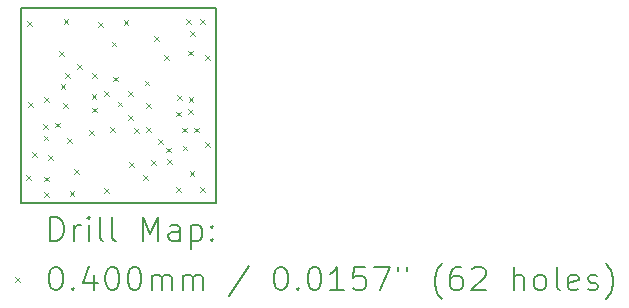
<source format=gbr>
%TF.GenerationSoftware,KiCad,Pcbnew,6.0.10-86aedd382b~118~ubuntu22.04.1*%
%TF.CreationDate,2023-02-01T12:08:23+01:00*%
%TF.ProjectId,rpcube,72706375-6265-42e6-9b69-6361645f7063,rev?*%
%TF.SameCoordinates,Original*%
%TF.FileFunction,Drillmap*%
%TF.FilePolarity,Positive*%
%FSLAX45Y45*%
G04 Gerber Fmt 4.5, Leading zero omitted, Abs format (unit mm)*
G04 Created by KiCad (PCBNEW 6.0.10-86aedd382b~118~ubuntu22.04.1) date 2023-02-01 12:08:23*
%MOMM*%
%LPD*%
G01*
G04 APERTURE LIST*
%ADD10C,0.200000*%
%ADD11C,0.040000*%
G04 APERTURE END LIST*
D10*
X7607300Y-5930900D02*
X9258300Y-5930900D01*
X9258300Y-5930900D02*
X9258300Y-7581900D01*
X9258300Y-7581900D02*
X7607300Y-7581900D01*
X7607300Y-7581900D02*
X7607300Y-5930900D01*
D11*
X7650800Y-7346000D02*
X7690800Y-7386000D01*
X7690800Y-7346000D02*
X7650800Y-7386000D01*
X7660859Y-6042781D02*
X7700859Y-6082781D01*
X7700859Y-6042781D02*
X7660859Y-6082781D01*
X7664594Y-6730444D02*
X7704594Y-6770444D01*
X7704594Y-6730444D02*
X7664594Y-6770444D01*
X7701600Y-7151150D02*
X7741600Y-7191150D01*
X7741600Y-7151150D02*
X7701600Y-7191150D01*
X7795693Y-6911894D02*
X7835693Y-6951894D01*
X7835693Y-6911894D02*
X7795693Y-6951894D01*
X7798855Y-7011794D02*
X7838855Y-7051794D01*
X7838855Y-7011794D02*
X7798855Y-7051794D01*
X7803200Y-6685600D02*
X7843200Y-6725600D01*
X7843200Y-6685600D02*
X7803200Y-6725600D01*
X7803200Y-7358700D02*
X7843200Y-7398700D01*
X7843200Y-7358700D02*
X7803200Y-7398700D01*
X7803356Y-7489250D02*
X7843356Y-7529250D01*
X7843356Y-7489250D02*
X7803356Y-7529250D01*
X7837074Y-7176674D02*
X7877074Y-7216674D01*
X7877074Y-7176674D02*
X7837074Y-7216674D01*
X7895152Y-6901995D02*
X7935152Y-6941995D01*
X7935152Y-6901995D02*
X7895152Y-6941995D01*
X7931556Y-6295406D02*
X7971556Y-6335406D01*
X7971556Y-6295406D02*
X7931556Y-6335406D01*
X7940743Y-6576072D02*
X7980743Y-6616072D01*
X7980743Y-6576072D02*
X7940743Y-6616072D01*
X7965000Y-6734350D02*
X8005000Y-6774350D01*
X8005000Y-6734350D02*
X7965000Y-6774350D01*
X7968300Y-6025200D02*
X8008300Y-6065200D01*
X8008300Y-6025200D02*
X7968300Y-6065200D01*
X7979686Y-6484021D02*
X8019686Y-6524021D01*
X8019686Y-6484021D02*
X7979686Y-6524021D01*
X7997355Y-7033633D02*
X8037355Y-7073633D01*
X8037355Y-7033633D02*
X7997355Y-7073633D01*
X8017350Y-7482815D02*
X8057350Y-7522815D01*
X8057350Y-7482815D02*
X8017350Y-7522815D01*
X8057200Y-7295200D02*
X8097200Y-7335200D01*
X8097200Y-7295200D02*
X8057200Y-7335200D01*
X8082600Y-6406200D02*
X8122600Y-6446200D01*
X8122600Y-6406200D02*
X8082600Y-6446200D01*
X8185579Y-6963286D02*
X8225579Y-7003286D01*
X8225579Y-6963286D02*
X8185579Y-7003286D01*
X8204763Y-6662373D02*
X8244763Y-6702373D01*
X8244763Y-6662373D02*
X8204763Y-6702373D01*
X8209600Y-6483650D02*
X8249600Y-6523650D01*
X8249600Y-6483650D02*
X8209600Y-6523650D01*
X8209600Y-6774500D02*
X8249600Y-6814500D01*
X8249600Y-6774500D02*
X8209600Y-6814500D01*
X8260400Y-6050600D02*
X8300400Y-6090600D01*
X8300400Y-6050600D02*
X8260400Y-6090600D01*
X8309800Y-7454100D02*
X8349800Y-7494100D01*
X8349800Y-7454100D02*
X8309800Y-7494100D01*
X8311200Y-6634800D02*
X8351200Y-6674800D01*
X8351200Y-6634800D02*
X8311200Y-6674800D01*
X8362000Y-6939600D02*
X8402000Y-6979600D01*
X8402000Y-6939600D02*
X8362000Y-6979600D01*
X8374700Y-6215700D02*
X8414700Y-6255700D01*
X8414700Y-6215700D02*
X8374700Y-6255700D01*
X8387400Y-6511350D02*
X8427400Y-6551350D01*
X8427400Y-6511350D02*
X8387400Y-6551350D01*
X8425500Y-6723700D02*
X8465500Y-6763700D01*
X8465500Y-6723700D02*
X8425500Y-6763700D01*
X8476300Y-6034350D02*
X8516300Y-6074350D01*
X8516300Y-6034350D02*
X8476300Y-6074350D01*
X8514400Y-6634800D02*
X8554400Y-6674800D01*
X8554400Y-6634800D02*
X8514400Y-6674800D01*
X8514400Y-6838000D02*
X8554400Y-6878000D01*
X8554400Y-6838000D02*
X8514400Y-6878000D01*
X8520536Y-7238074D02*
X8560536Y-7278074D01*
X8560536Y-7238074D02*
X8520536Y-7278074D01*
X8565711Y-6947949D02*
X8605711Y-6987949D01*
X8605711Y-6947949D02*
X8565711Y-6987949D01*
X8640739Y-7347341D02*
X8680739Y-7387341D01*
X8680739Y-7347341D02*
X8640739Y-7387341D01*
X8653693Y-6545330D02*
X8693693Y-6585330D01*
X8693693Y-6545330D02*
X8653693Y-6585330D01*
X8665550Y-6939600D02*
X8705550Y-6979600D01*
X8705550Y-6939600D02*
X8665550Y-6979600D01*
X8665592Y-6736356D02*
X8705592Y-6776356D01*
X8705592Y-6736356D02*
X8665592Y-6776356D01*
X8707039Y-7217218D02*
X8747039Y-7257218D01*
X8747039Y-7217218D02*
X8707039Y-7257218D01*
X8732061Y-6170350D02*
X8772061Y-6210350D01*
X8772061Y-6170350D02*
X8732061Y-6210350D01*
X8768400Y-7041200D02*
X8808400Y-7081200D01*
X8808400Y-7041200D02*
X8768400Y-7081200D01*
X8819348Y-6330200D02*
X8859348Y-6370200D01*
X8859348Y-6330200D02*
X8819348Y-6370200D01*
X8837714Y-7113212D02*
X8877714Y-7153212D01*
X8877714Y-7113212D02*
X8837714Y-7153212D01*
X8845088Y-7212890D02*
X8885088Y-7252890D01*
X8885088Y-7212890D02*
X8845088Y-7252890D01*
X8920800Y-7447600D02*
X8960800Y-7487600D01*
X8960800Y-7447600D02*
X8920800Y-7487600D01*
X8922485Y-6807490D02*
X8962485Y-6847490D01*
X8962485Y-6807490D02*
X8922485Y-6847490D01*
X8927065Y-6671108D02*
X8967065Y-6711108D01*
X8967065Y-6671108D02*
X8927065Y-6711108D01*
X8973574Y-6944743D02*
X9013574Y-6984743D01*
X9013574Y-6944743D02*
X8973574Y-6984743D01*
X8975350Y-7096137D02*
X9015350Y-7136137D01*
X9015350Y-7096137D02*
X8975350Y-7136137D01*
X9007467Y-6025798D02*
X9047467Y-6065798D01*
X9047467Y-6025798D02*
X9007467Y-6065798D01*
X9020099Y-6786007D02*
X9060099Y-6826007D01*
X9060099Y-6786007D02*
X9020099Y-6826007D01*
X9022400Y-6291900D02*
X9062400Y-6331900D01*
X9062400Y-6291900D02*
X9022400Y-6331900D01*
X9025866Y-6686223D02*
X9065866Y-6726223D01*
X9065866Y-6686223D02*
X9025866Y-6726223D01*
X9034280Y-7309886D02*
X9074280Y-7349886D01*
X9074280Y-7309886D02*
X9034280Y-7349886D01*
X9036800Y-6126800D02*
X9076800Y-6166800D01*
X9076800Y-6126800D02*
X9036800Y-6166800D01*
X9073509Y-6942963D02*
X9113509Y-6982963D01*
X9113509Y-6942963D02*
X9073509Y-6982963D01*
X9124000Y-6025200D02*
X9164000Y-6065200D01*
X9164000Y-6025200D02*
X9124000Y-6065200D01*
X9125050Y-7447600D02*
X9165050Y-7487600D01*
X9165050Y-7447600D02*
X9125050Y-7487600D01*
X9164575Y-6331103D02*
X9204575Y-6371103D01*
X9204575Y-6331103D02*
X9164575Y-6371103D01*
X9165650Y-7066600D02*
X9205650Y-7106600D01*
X9205650Y-7066600D02*
X9165650Y-7106600D01*
D10*
X7854919Y-7902376D02*
X7854919Y-7702376D01*
X7902538Y-7702376D01*
X7931109Y-7711900D01*
X7950157Y-7730948D01*
X7959681Y-7749995D01*
X7969205Y-7788090D01*
X7969205Y-7816662D01*
X7959681Y-7854757D01*
X7950157Y-7873805D01*
X7931109Y-7892852D01*
X7902538Y-7902376D01*
X7854919Y-7902376D01*
X8054919Y-7902376D02*
X8054919Y-7769043D01*
X8054919Y-7807138D02*
X8064443Y-7788090D01*
X8073967Y-7778567D01*
X8093014Y-7769043D01*
X8112062Y-7769043D01*
X8178728Y-7902376D02*
X8178728Y-7769043D01*
X8178728Y-7702376D02*
X8169205Y-7711900D01*
X8178728Y-7721424D01*
X8188252Y-7711900D01*
X8178728Y-7702376D01*
X8178728Y-7721424D01*
X8302538Y-7902376D02*
X8283490Y-7892852D01*
X8273967Y-7873805D01*
X8273967Y-7702376D01*
X8407300Y-7902376D02*
X8388252Y-7892852D01*
X8378728Y-7873805D01*
X8378728Y-7702376D01*
X8635871Y-7902376D02*
X8635871Y-7702376D01*
X8702538Y-7845233D01*
X8769205Y-7702376D01*
X8769205Y-7902376D01*
X8950157Y-7902376D02*
X8950157Y-7797614D01*
X8940633Y-7778567D01*
X8921586Y-7769043D01*
X8883490Y-7769043D01*
X8864443Y-7778567D01*
X8950157Y-7892852D02*
X8931110Y-7902376D01*
X8883490Y-7902376D01*
X8864443Y-7892852D01*
X8854919Y-7873805D01*
X8854919Y-7854757D01*
X8864443Y-7835709D01*
X8883490Y-7826186D01*
X8931110Y-7826186D01*
X8950157Y-7816662D01*
X9045395Y-7769043D02*
X9045395Y-7969043D01*
X9045395Y-7778567D02*
X9064443Y-7769043D01*
X9102538Y-7769043D01*
X9121586Y-7778567D01*
X9131110Y-7788090D01*
X9140633Y-7807138D01*
X9140633Y-7864281D01*
X9131110Y-7883328D01*
X9121586Y-7892852D01*
X9102538Y-7902376D01*
X9064443Y-7902376D01*
X9045395Y-7892852D01*
X9226348Y-7883328D02*
X9235871Y-7892852D01*
X9226348Y-7902376D01*
X9216824Y-7892852D01*
X9226348Y-7883328D01*
X9226348Y-7902376D01*
X9226348Y-7778567D02*
X9235871Y-7788090D01*
X9226348Y-7797614D01*
X9216824Y-7788090D01*
X9226348Y-7778567D01*
X9226348Y-7797614D01*
D11*
X7557300Y-8211900D02*
X7597300Y-8251900D01*
X7597300Y-8211900D02*
X7557300Y-8251900D01*
D10*
X7893014Y-8122376D02*
X7912062Y-8122376D01*
X7931109Y-8131900D01*
X7940633Y-8141424D01*
X7950157Y-8160471D01*
X7959681Y-8198567D01*
X7959681Y-8246186D01*
X7950157Y-8284281D01*
X7940633Y-8303328D01*
X7931109Y-8312852D01*
X7912062Y-8322376D01*
X7893014Y-8322376D01*
X7873967Y-8312852D01*
X7864443Y-8303328D01*
X7854919Y-8284281D01*
X7845395Y-8246186D01*
X7845395Y-8198567D01*
X7854919Y-8160471D01*
X7864443Y-8141424D01*
X7873967Y-8131900D01*
X7893014Y-8122376D01*
X8045395Y-8303328D02*
X8054919Y-8312852D01*
X8045395Y-8322376D01*
X8035871Y-8312852D01*
X8045395Y-8303328D01*
X8045395Y-8322376D01*
X8226348Y-8189043D02*
X8226348Y-8322376D01*
X8178728Y-8112852D02*
X8131109Y-8255709D01*
X8254919Y-8255709D01*
X8369205Y-8122376D02*
X8388252Y-8122376D01*
X8407300Y-8131900D01*
X8416824Y-8141424D01*
X8426348Y-8160471D01*
X8435871Y-8198567D01*
X8435871Y-8246186D01*
X8426348Y-8284281D01*
X8416824Y-8303328D01*
X8407300Y-8312852D01*
X8388252Y-8322376D01*
X8369205Y-8322376D01*
X8350157Y-8312852D01*
X8340633Y-8303328D01*
X8331109Y-8284281D01*
X8321586Y-8246186D01*
X8321586Y-8198567D01*
X8331109Y-8160471D01*
X8340633Y-8141424D01*
X8350157Y-8131900D01*
X8369205Y-8122376D01*
X8559681Y-8122376D02*
X8578729Y-8122376D01*
X8597776Y-8131900D01*
X8607300Y-8141424D01*
X8616824Y-8160471D01*
X8626348Y-8198567D01*
X8626348Y-8246186D01*
X8616824Y-8284281D01*
X8607300Y-8303328D01*
X8597776Y-8312852D01*
X8578729Y-8322376D01*
X8559681Y-8322376D01*
X8540633Y-8312852D01*
X8531110Y-8303328D01*
X8521586Y-8284281D01*
X8512062Y-8246186D01*
X8512062Y-8198567D01*
X8521586Y-8160471D01*
X8531110Y-8141424D01*
X8540633Y-8131900D01*
X8559681Y-8122376D01*
X8712062Y-8322376D02*
X8712062Y-8189043D01*
X8712062Y-8208090D02*
X8721586Y-8198567D01*
X8740633Y-8189043D01*
X8769205Y-8189043D01*
X8788252Y-8198567D01*
X8797776Y-8217614D01*
X8797776Y-8322376D01*
X8797776Y-8217614D02*
X8807300Y-8198567D01*
X8826348Y-8189043D01*
X8854919Y-8189043D01*
X8873967Y-8198567D01*
X8883490Y-8217614D01*
X8883490Y-8322376D01*
X8978729Y-8322376D02*
X8978729Y-8189043D01*
X8978729Y-8208090D02*
X8988252Y-8198567D01*
X9007300Y-8189043D01*
X9035871Y-8189043D01*
X9054919Y-8198567D01*
X9064443Y-8217614D01*
X9064443Y-8322376D01*
X9064443Y-8217614D02*
X9073967Y-8198567D01*
X9093014Y-8189043D01*
X9121586Y-8189043D01*
X9140633Y-8198567D01*
X9150157Y-8217614D01*
X9150157Y-8322376D01*
X9540633Y-8112852D02*
X9369205Y-8369995D01*
X9797776Y-8122376D02*
X9816824Y-8122376D01*
X9835871Y-8131900D01*
X9845395Y-8141424D01*
X9854919Y-8160471D01*
X9864443Y-8198567D01*
X9864443Y-8246186D01*
X9854919Y-8284281D01*
X9845395Y-8303328D01*
X9835871Y-8312852D01*
X9816824Y-8322376D01*
X9797776Y-8322376D01*
X9778729Y-8312852D01*
X9769205Y-8303328D01*
X9759681Y-8284281D01*
X9750157Y-8246186D01*
X9750157Y-8198567D01*
X9759681Y-8160471D01*
X9769205Y-8141424D01*
X9778729Y-8131900D01*
X9797776Y-8122376D01*
X9950157Y-8303328D02*
X9959681Y-8312852D01*
X9950157Y-8322376D01*
X9940633Y-8312852D01*
X9950157Y-8303328D01*
X9950157Y-8322376D01*
X10083490Y-8122376D02*
X10102538Y-8122376D01*
X10121586Y-8131900D01*
X10131110Y-8141424D01*
X10140633Y-8160471D01*
X10150157Y-8198567D01*
X10150157Y-8246186D01*
X10140633Y-8284281D01*
X10131110Y-8303328D01*
X10121586Y-8312852D01*
X10102538Y-8322376D01*
X10083490Y-8322376D01*
X10064443Y-8312852D01*
X10054919Y-8303328D01*
X10045395Y-8284281D01*
X10035871Y-8246186D01*
X10035871Y-8198567D01*
X10045395Y-8160471D01*
X10054919Y-8141424D01*
X10064443Y-8131900D01*
X10083490Y-8122376D01*
X10340633Y-8322376D02*
X10226348Y-8322376D01*
X10283490Y-8322376D02*
X10283490Y-8122376D01*
X10264443Y-8150948D01*
X10245395Y-8169995D01*
X10226348Y-8179519D01*
X10521586Y-8122376D02*
X10426348Y-8122376D01*
X10416824Y-8217614D01*
X10426348Y-8208090D01*
X10445395Y-8198567D01*
X10493014Y-8198567D01*
X10512062Y-8208090D01*
X10521586Y-8217614D01*
X10531110Y-8236662D01*
X10531110Y-8284281D01*
X10521586Y-8303328D01*
X10512062Y-8312852D01*
X10493014Y-8322376D01*
X10445395Y-8322376D01*
X10426348Y-8312852D01*
X10416824Y-8303328D01*
X10597776Y-8122376D02*
X10731110Y-8122376D01*
X10645395Y-8322376D01*
X10797776Y-8122376D02*
X10797776Y-8160471D01*
X10873967Y-8122376D02*
X10873967Y-8160471D01*
X11169205Y-8398567D02*
X11159681Y-8389043D01*
X11140633Y-8360471D01*
X11131110Y-8341424D01*
X11121586Y-8312852D01*
X11112062Y-8265233D01*
X11112062Y-8227138D01*
X11121586Y-8179519D01*
X11131110Y-8150948D01*
X11140633Y-8131900D01*
X11159681Y-8103328D01*
X11169205Y-8093805D01*
X11331109Y-8122376D02*
X11293014Y-8122376D01*
X11273967Y-8131900D01*
X11264443Y-8141424D01*
X11245395Y-8169995D01*
X11235871Y-8208090D01*
X11235871Y-8284281D01*
X11245395Y-8303328D01*
X11254919Y-8312852D01*
X11273967Y-8322376D01*
X11312062Y-8322376D01*
X11331109Y-8312852D01*
X11340633Y-8303328D01*
X11350157Y-8284281D01*
X11350157Y-8236662D01*
X11340633Y-8217614D01*
X11331109Y-8208090D01*
X11312062Y-8198567D01*
X11273967Y-8198567D01*
X11254919Y-8208090D01*
X11245395Y-8217614D01*
X11235871Y-8236662D01*
X11426348Y-8141424D02*
X11435871Y-8131900D01*
X11454919Y-8122376D01*
X11502538Y-8122376D01*
X11521586Y-8131900D01*
X11531109Y-8141424D01*
X11540633Y-8160471D01*
X11540633Y-8179519D01*
X11531109Y-8208090D01*
X11416824Y-8322376D01*
X11540633Y-8322376D01*
X11778728Y-8322376D02*
X11778728Y-8122376D01*
X11864443Y-8322376D02*
X11864443Y-8217614D01*
X11854919Y-8198567D01*
X11835871Y-8189043D01*
X11807300Y-8189043D01*
X11788252Y-8198567D01*
X11778728Y-8208090D01*
X11988252Y-8322376D02*
X11969205Y-8312852D01*
X11959681Y-8303328D01*
X11950157Y-8284281D01*
X11950157Y-8227138D01*
X11959681Y-8208090D01*
X11969205Y-8198567D01*
X11988252Y-8189043D01*
X12016824Y-8189043D01*
X12035871Y-8198567D01*
X12045395Y-8208090D01*
X12054919Y-8227138D01*
X12054919Y-8284281D01*
X12045395Y-8303328D01*
X12035871Y-8312852D01*
X12016824Y-8322376D01*
X11988252Y-8322376D01*
X12169205Y-8322376D02*
X12150157Y-8312852D01*
X12140633Y-8293805D01*
X12140633Y-8122376D01*
X12321586Y-8312852D02*
X12302538Y-8322376D01*
X12264443Y-8322376D01*
X12245395Y-8312852D01*
X12235871Y-8293805D01*
X12235871Y-8217614D01*
X12245395Y-8198567D01*
X12264443Y-8189043D01*
X12302538Y-8189043D01*
X12321586Y-8198567D01*
X12331109Y-8217614D01*
X12331109Y-8236662D01*
X12235871Y-8255709D01*
X12407300Y-8312852D02*
X12426348Y-8322376D01*
X12464443Y-8322376D01*
X12483490Y-8312852D01*
X12493014Y-8293805D01*
X12493014Y-8284281D01*
X12483490Y-8265233D01*
X12464443Y-8255709D01*
X12435871Y-8255709D01*
X12416824Y-8246186D01*
X12407300Y-8227138D01*
X12407300Y-8217614D01*
X12416824Y-8198567D01*
X12435871Y-8189043D01*
X12464443Y-8189043D01*
X12483490Y-8198567D01*
X12559681Y-8398567D02*
X12569205Y-8389043D01*
X12588252Y-8360471D01*
X12597776Y-8341424D01*
X12607300Y-8312852D01*
X12616824Y-8265233D01*
X12616824Y-8227138D01*
X12607300Y-8179519D01*
X12597776Y-8150948D01*
X12588252Y-8131900D01*
X12569205Y-8103328D01*
X12559681Y-8093805D01*
M02*

</source>
